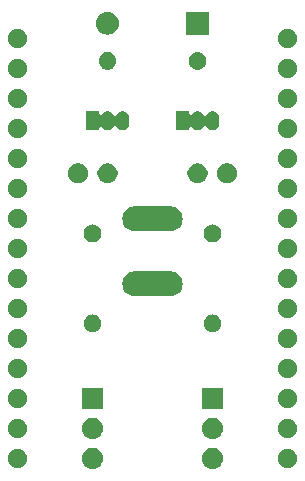
<source format=gbr>
G04 #@! TF.GenerationSoftware,KiCad,Pcbnew,(5.0.1)-4*
G04 #@! TF.CreationDate,2018-12-08T00:24:21+01:00*
G04 #@! TF.ProjectId,Motion Detector,4D6F74696F6E204465746563746F722E,rev?*
G04 #@! TF.SameCoordinates,Original*
G04 #@! TF.FileFunction,Soldermask,Bot*
G04 #@! TF.FilePolarity,Negative*
%FSLAX46Y46*%
G04 Gerber Fmt 4.6, Leading zero omitted, Abs format (unit mm)*
G04 Created by KiCad (PCBNEW (5.0.1)-4) date 08-Dec-18 12:24:21 AM*
%MOMM*%
%LPD*%
G01*
G04 APERTURE LIST*
%ADD10C,0.100000*%
G04 APERTURE END LIST*
D10*
G36*
X153780443Y-112135519D02*
X153846627Y-112142037D01*
X153959853Y-112176384D01*
X154016467Y-112193557D01*
X154118774Y-112248242D01*
X154172991Y-112277222D01*
X154208729Y-112306552D01*
X154310186Y-112389814D01*
X154393448Y-112491271D01*
X154422778Y-112527009D01*
X154422779Y-112527011D01*
X154506443Y-112683533D01*
X154506443Y-112683534D01*
X154557963Y-112853373D01*
X154575359Y-113030000D01*
X154557963Y-113206627D01*
X154523616Y-113319853D01*
X154506443Y-113376467D01*
X154432348Y-113515087D01*
X154422778Y-113532991D01*
X154393448Y-113568729D01*
X154310186Y-113670186D01*
X154212358Y-113750470D01*
X154172991Y-113782778D01*
X154172989Y-113782779D01*
X154016467Y-113866443D01*
X153959853Y-113883616D01*
X153846627Y-113917963D01*
X153780443Y-113924481D01*
X153714260Y-113931000D01*
X153625740Y-113931000D01*
X153559557Y-113924481D01*
X153493373Y-113917963D01*
X153380147Y-113883616D01*
X153323533Y-113866443D01*
X153167011Y-113782779D01*
X153167009Y-113782778D01*
X153127642Y-113750470D01*
X153029814Y-113670186D01*
X152946552Y-113568729D01*
X152917222Y-113532991D01*
X152907652Y-113515087D01*
X152833557Y-113376467D01*
X152816384Y-113319853D01*
X152782037Y-113206627D01*
X152764641Y-113030000D01*
X152782037Y-112853373D01*
X152833557Y-112683534D01*
X152833557Y-112683533D01*
X152917221Y-112527011D01*
X152917222Y-112527009D01*
X152946552Y-112491271D01*
X153029814Y-112389814D01*
X153131271Y-112306552D01*
X153167009Y-112277222D01*
X153221226Y-112248242D01*
X153323533Y-112193557D01*
X153380147Y-112176384D01*
X153493373Y-112142037D01*
X153559557Y-112135519D01*
X153625740Y-112129000D01*
X153714260Y-112129000D01*
X153780443Y-112135519D01*
X153780443Y-112135519D01*
G37*
G36*
X143620443Y-112135519D02*
X143686627Y-112142037D01*
X143799853Y-112176384D01*
X143856467Y-112193557D01*
X143958774Y-112248242D01*
X144012991Y-112277222D01*
X144048729Y-112306552D01*
X144150186Y-112389814D01*
X144233448Y-112491271D01*
X144262778Y-112527009D01*
X144262779Y-112527011D01*
X144346443Y-112683533D01*
X144346443Y-112683534D01*
X144397963Y-112853373D01*
X144415359Y-113030000D01*
X144397963Y-113206627D01*
X144363616Y-113319853D01*
X144346443Y-113376467D01*
X144272348Y-113515087D01*
X144262778Y-113532991D01*
X144233448Y-113568729D01*
X144150186Y-113670186D01*
X144052358Y-113750470D01*
X144012991Y-113782778D01*
X144012989Y-113782779D01*
X143856467Y-113866443D01*
X143799853Y-113883616D01*
X143686627Y-113917963D01*
X143620443Y-113924481D01*
X143554260Y-113931000D01*
X143465740Y-113931000D01*
X143399557Y-113924481D01*
X143333373Y-113917963D01*
X143220147Y-113883616D01*
X143163533Y-113866443D01*
X143007011Y-113782779D01*
X143007009Y-113782778D01*
X142967642Y-113750470D01*
X142869814Y-113670186D01*
X142786552Y-113568729D01*
X142757222Y-113532991D01*
X142747652Y-113515087D01*
X142673557Y-113376467D01*
X142656384Y-113319853D01*
X142622037Y-113206627D01*
X142604641Y-113030000D01*
X142622037Y-112853373D01*
X142673557Y-112683534D01*
X142673557Y-112683533D01*
X142757221Y-112527011D01*
X142757222Y-112527009D01*
X142786552Y-112491271D01*
X142869814Y-112389814D01*
X142971271Y-112306552D01*
X143007009Y-112277222D01*
X143061226Y-112248242D01*
X143163533Y-112193557D01*
X143220147Y-112176384D01*
X143333373Y-112142037D01*
X143399557Y-112135519D01*
X143465740Y-112129000D01*
X143554260Y-112129000D01*
X143620443Y-112135519D01*
X143620443Y-112135519D01*
G37*
G36*
X137397142Y-112248242D02*
X137545102Y-112309530D01*
X137612130Y-112354317D01*
X137678257Y-112398501D01*
X137791499Y-112511743D01*
X137835683Y-112577870D01*
X137880470Y-112644898D01*
X137941758Y-112792858D01*
X137973000Y-112949925D01*
X137973000Y-113110075D01*
X137941758Y-113267142D01*
X137896474Y-113376466D01*
X137880471Y-113415100D01*
X137791499Y-113548257D01*
X137678257Y-113661499D01*
X137612130Y-113705683D01*
X137545102Y-113750470D01*
X137397142Y-113811758D01*
X137240075Y-113843000D01*
X137079925Y-113843000D01*
X136922858Y-113811758D01*
X136774898Y-113750470D01*
X136707870Y-113705683D01*
X136641743Y-113661499D01*
X136528501Y-113548257D01*
X136439529Y-113415100D01*
X136423526Y-113376466D01*
X136378242Y-113267142D01*
X136347000Y-113110075D01*
X136347000Y-112949925D01*
X136378242Y-112792858D01*
X136439530Y-112644898D01*
X136484317Y-112577870D01*
X136528501Y-112511743D01*
X136641743Y-112398501D01*
X136707870Y-112354317D01*
X136774898Y-112309530D01*
X136922858Y-112248242D01*
X137079925Y-112217000D01*
X137240075Y-112217000D01*
X137397142Y-112248242D01*
X137397142Y-112248242D01*
G37*
G36*
X160257142Y-112248242D02*
X160405102Y-112309530D01*
X160472130Y-112354317D01*
X160538257Y-112398501D01*
X160651499Y-112511743D01*
X160695683Y-112577870D01*
X160740470Y-112644898D01*
X160801758Y-112792858D01*
X160833000Y-112949925D01*
X160833000Y-113110075D01*
X160801758Y-113267142D01*
X160756474Y-113376466D01*
X160740471Y-113415100D01*
X160651499Y-113548257D01*
X160538257Y-113661499D01*
X160472130Y-113705683D01*
X160405102Y-113750470D01*
X160257142Y-113811758D01*
X160100075Y-113843000D01*
X159939925Y-113843000D01*
X159782858Y-113811758D01*
X159634898Y-113750470D01*
X159567870Y-113705683D01*
X159501743Y-113661499D01*
X159388501Y-113548257D01*
X159299529Y-113415100D01*
X159283526Y-113376466D01*
X159238242Y-113267142D01*
X159207000Y-113110075D01*
X159207000Y-112949925D01*
X159238242Y-112792858D01*
X159299530Y-112644898D01*
X159344317Y-112577870D01*
X159388501Y-112511743D01*
X159501743Y-112398501D01*
X159567870Y-112354317D01*
X159634898Y-112309530D01*
X159782858Y-112248242D01*
X159939925Y-112217000D01*
X160100075Y-112217000D01*
X160257142Y-112248242D01*
X160257142Y-112248242D01*
G37*
G36*
X153780442Y-109595518D02*
X153846627Y-109602037D01*
X153959853Y-109636384D01*
X154016467Y-109653557D01*
X154118774Y-109708242D01*
X154172991Y-109737222D01*
X154208729Y-109766552D01*
X154310186Y-109849814D01*
X154393448Y-109951271D01*
X154422778Y-109987009D01*
X154422779Y-109987011D01*
X154506443Y-110143533D01*
X154506443Y-110143534D01*
X154557963Y-110313373D01*
X154575359Y-110490000D01*
X154557963Y-110666627D01*
X154523616Y-110779853D01*
X154506443Y-110836467D01*
X154432348Y-110975087D01*
X154422778Y-110992991D01*
X154393448Y-111028729D01*
X154310186Y-111130186D01*
X154212358Y-111210470D01*
X154172991Y-111242778D01*
X154172989Y-111242779D01*
X154016467Y-111326443D01*
X153959853Y-111343616D01*
X153846627Y-111377963D01*
X153780443Y-111384481D01*
X153714260Y-111391000D01*
X153625740Y-111391000D01*
X153559557Y-111384481D01*
X153493373Y-111377963D01*
X153380147Y-111343616D01*
X153323533Y-111326443D01*
X153167011Y-111242779D01*
X153167009Y-111242778D01*
X153127642Y-111210470D01*
X153029814Y-111130186D01*
X152946552Y-111028729D01*
X152917222Y-110992991D01*
X152907652Y-110975087D01*
X152833557Y-110836467D01*
X152816384Y-110779853D01*
X152782037Y-110666627D01*
X152764641Y-110490000D01*
X152782037Y-110313373D01*
X152833557Y-110143534D01*
X152833557Y-110143533D01*
X152917221Y-109987011D01*
X152917222Y-109987009D01*
X152946552Y-109951271D01*
X153029814Y-109849814D01*
X153131271Y-109766552D01*
X153167009Y-109737222D01*
X153221226Y-109708242D01*
X153323533Y-109653557D01*
X153380147Y-109636384D01*
X153493373Y-109602037D01*
X153559558Y-109595518D01*
X153625740Y-109589000D01*
X153714260Y-109589000D01*
X153780442Y-109595518D01*
X153780442Y-109595518D01*
G37*
G36*
X143620442Y-109595518D02*
X143686627Y-109602037D01*
X143799853Y-109636384D01*
X143856467Y-109653557D01*
X143958774Y-109708242D01*
X144012991Y-109737222D01*
X144048729Y-109766552D01*
X144150186Y-109849814D01*
X144233448Y-109951271D01*
X144262778Y-109987009D01*
X144262779Y-109987011D01*
X144346443Y-110143533D01*
X144346443Y-110143534D01*
X144397963Y-110313373D01*
X144415359Y-110490000D01*
X144397963Y-110666627D01*
X144363616Y-110779853D01*
X144346443Y-110836467D01*
X144272348Y-110975087D01*
X144262778Y-110992991D01*
X144233448Y-111028729D01*
X144150186Y-111130186D01*
X144052358Y-111210470D01*
X144012991Y-111242778D01*
X144012989Y-111242779D01*
X143856467Y-111326443D01*
X143799853Y-111343616D01*
X143686627Y-111377963D01*
X143620443Y-111384481D01*
X143554260Y-111391000D01*
X143465740Y-111391000D01*
X143399557Y-111384481D01*
X143333373Y-111377963D01*
X143220147Y-111343616D01*
X143163533Y-111326443D01*
X143007011Y-111242779D01*
X143007009Y-111242778D01*
X142967642Y-111210470D01*
X142869814Y-111130186D01*
X142786552Y-111028729D01*
X142757222Y-110992991D01*
X142747652Y-110975087D01*
X142673557Y-110836467D01*
X142656384Y-110779853D01*
X142622037Y-110666627D01*
X142604641Y-110490000D01*
X142622037Y-110313373D01*
X142673557Y-110143534D01*
X142673557Y-110143533D01*
X142757221Y-109987011D01*
X142757222Y-109987009D01*
X142786552Y-109951271D01*
X142869814Y-109849814D01*
X142971271Y-109766552D01*
X143007009Y-109737222D01*
X143061226Y-109708242D01*
X143163533Y-109653557D01*
X143220147Y-109636384D01*
X143333373Y-109602037D01*
X143399558Y-109595518D01*
X143465740Y-109589000D01*
X143554260Y-109589000D01*
X143620442Y-109595518D01*
X143620442Y-109595518D01*
G37*
G36*
X137397142Y-109708242D02*
X137545102Y-109769530D01*
X137612130Y-109814317D01*
X137678257Y-109858501D01*
X137791499Y-109971743D01*
X137835683Y-110037870D01*
X137880470Y-110104898D01*
X137941758Y-110252858D01*
X137973000Y-110409925D01*
X137973000Y-110570075D01*
X137941758Y-110727142D01*
X137896474Y-110836466D01*
X137880471Y-110875100D01*
X137791499Y-111008257D01*
X137678257Y-111121499D01*
X137612130Y-111165683D01*
X137545102Y-111210470D01*
X137397142Y-111271758D01*
X137240075Y-111303000D01*
X137079925Y-111303000D01*
X136922858Y-111271758D01*
X136774898Y-111210470D01*
X136707870Y-111165683D01*
X136641743Y-111121499D01*
X136528501Y-111008257D01*
X136439529Y-110875100D01*
X136423526Y-110836466D01*
X136378242Y-110727142D01*
X136347000Y-110570075D01*
X136347000Y-110409925D01*
X136378242Y-110252858D01*
X136439530Y-110104898D01*
X136484317Y-110037870D01*
X136528501Y-109971743D01*
X136641743Y-109858501D01*
X136707870Y-109814317D01*
X136774898Y-109769530D01*
X136922858Y-109708242D01*
X137079925Y-109677000D01*
X137240075Y-109677000D01*
X137397142Y-109708242D01*
X137397142Y-109708242D01*
G37*
G36*
X160257142Y-109708242D02*
X160405102Y-109769530D01*
X160472130Y-109814317D01*
X160538257Y-109858501D01*
X160651499Y-109971743D01*
X160695683Y-110037870D01*
X160740470Y-110104898D01*
X160801758Y-110252858D01*
X160833000Y-110409925D01*
X160833000Y-110570075D01*
X160801758Y-110727142D01*
X160756474Y-110836466D01*
X160740471Y-110875100D01*
X160651499Y-111008257D01*
X160538257Y-111121499D01*
X160472130Y-111165683D01*
X160405102Y-111210470D01*
X160257142Y-111271758D01*
X160100075Y-111303000D01*
X159939925Y-111303000D01*
X159782858Y-111271758D01*
X159634898Y-111210470D01*
X159567870Y-111165683D01*
X159501743Y-111121499D01*
X159388501Y-111008257D01*
X159299529Y-110875100D01*
X159283526Y-110836466D01*
X159238242Y-110727142D01*
X159207000Y-110570075D01*
X159207000Y-110409925D01*
X159238242Y-110252858D01*
X159299530Y-110104898D01*
X159344317Y-110037870D01*
X159388501Y-109971743D01*
X159501743Y-109858501D01*
X159567870Y-109814317D01*
X159634898Y-109769530D01*
X159782858Y-109708242D01*
X159939925Y-109677000D01*
X160100075Y-109677000D01*
X160257142Y-109708242D01*
X160257142Y-109708242D01*
G37*
G36*
X154571000Y-108851000D02*
X152769000Y-108851000D01*
X152769000Y-107049000D01*
X154571000Y-107049000D01*
X154571000Y-108851000D01*
X154571000Y-108851000D01*
G37*
G36*
X144411000Y-108851000D02*
X142609000Y-108851000D01*
X142609000Y-107049000D01*
X144411000Y-107049000D01*
X144411000Y-108851000D01*
X144411000Y-108851000D01*
G37*
G36*
X137397142Y-107168242D02*
X137545102Y-107229530D01*
X137678258Y-107318502D01*
X137791498Y-107431742D01*
X137880470Y-107564898D01*
X137941758Y-107712858D01*
X137973000Y-107869925D01*
X137973000Y-108030075D01*
X137941758Y-108187142D01*
X137880470Y-108335102D01*
X137791498Y-108468258D01*
X137678258Y-108581498D01*
X137545102Y-108670470D01*
X137397142Y-108731758D01*
X137240075Y-108763000D01*
X137079925Y-108763000D01*
X136922858Y-108731758D01*
X136774898Y-108670470D01*
X136641742Y-108581498D01*
X136528502Y-108468258D01*
X136439530Y-108335102D01*
X136378242Y-108187142D01*
X136347000Y-108030075D01*
X136347000Y-107869925D01*
X136378242Y-107712858D01*
X136439530Y-107564898D01*
X136528502Y-107431742D01*
X136641742Y-107318502D01*
X136774898Y-107229530D01*
X136922858Y-107168242D01*
X137079925Y-107137000D01*
X137240075Y-107137000D01*
X137397142Y-107168242D01*
X137397142Y-107168242D01*
G37*
G36*
X160257142Y-107168242D02*
X160405102Y-107229530D01*
X160538258Y-107318502D01*
X160651498Y-107431742D01*
X160740470Y-107564898D01*
X160801758Y-107712858D01*
X160833000Y-107869925D01*
X160833000Y-108030075D01*
X160801758Y-108187142D01*
X160740470Y-108335102D01*
X160651498Y-108468258D01*
X160538258Y-108581498D01*
X160405102Y-108670470D01*
X160257142Y-108731758D01*
X160100075Y-108763000D01*
X159939925Y-108763000D01*
X159782858Y-108731758D01*
X159634898Y-108670470D01*
X159501742Y-108581498D01*
X159388502Y-108468258D01*
X159299530Y-108335102D01*
X159238242Y-108187142D01*
X159207000Y-108030075D01*
X159207000Y-107869925D01*
X159238242Y-107712858D01*
X159299530Y-107564898D01*
X159388502Y-107431742D01*
X159501742Y-107318502D01*
X159634898Y-107229530D01*
X159782858Y-107168242D01*
X159939925Y-107137000D01*
X160100075Y-107137000D01*
X160257142Y-107168242D01*
X160257142Y-107168242D01*
G37*
G36*
X137397142Y-104628242D02*
X137545102Y-104689530D01*
X137678258Y-104778502D01*
X137791498Y-104891742D01*
X137880470Y-105024898D01*
X137941758Y-105172858D01*
X137973000Y-105329925D01*
X137973000Y-105490075D01*
X137941758Y-105647142D01*
X137880470Y-105795102D01*
X137791498Y-105928258D01*
X137678258Y-106041498D01*
X137545102Y-106130470D01*
X137397142Y-106191758D01*
X137240075Y-106223000D01*
X137079925Y-106223000D01*
X136922858Y-106191758D01*
X136774898Y-106130470D01*
X136641742Y-106041498D01*
X136528502Y-105928258D01*
X136439530Y-105795102D01*
X136378242Y-105647142D01*
X136347000Y-105490075D01*
X136347000Y-105329925D01*
X136378242Y-105172858D01*
X136439530Y-105024898D01*
X136528502Y-104891742D01*
X136641742Y-104778502D01*
X136774898Y-104689530D01*
X136922858Y-104628242D01*
X137079925Y-104597000D01*
X137240075Y-104597000D01*
X137397142Y-104628242D01*
X137397142Y-104628242D01*
G37*
G36*
X160257142Y-104628242D02*
X160405102Y-104689530D01*
X160538258Y-104778502D01*
X160651498Y-104891742D01*
X160740470Y-105024898D01*
X160801758Y-105172858D01*
X160833000Y-105329925D01*
X160833000Y-105490075D01*
X160801758Y-105647142D01*
X160740470Y-105795102D01*
X160651498Y-105928258D01*
X160538258Y-106041498D01*
X160405102Y-106130470D01*
X160257142Y-106191758D01*
X160100075Y-106223000D01*
X159939925Y-106223000D01*
X159782858Y-106191758D01*
X159634898Y-106130470D01*
X159501742Y-106041498D01*
X159388502Y-105928258D01*
X159299530Y-105795102D01*
X159238242Y-105647142D01*
X159207000Y-105490075D01*
X159207000Y-105329925D01*
X159238242Y-105172858D01*
X159299530Y-105024898D01*
X159388502Y-104891742D01*
X159501742Y-104778502D01*
X159634898Y-104689530D01*
X159782858Y-104628242D01*
X159939925Y-104597000D01*
X160100075Y-104597000D01*
X160257142Y-104628242D01*
X160257142Y-104628242D01*
G37*
G36*
X160257142Y-102088242D02*
X160405102Y-102149530D01*
X160538258Y-102238502D01*
X160651498Y-102351742D01*
X160740470Y-102484898D01*
X160801758Y-102632858D01*
X160833000Y-102789925D01*
X160833000Y-102950075D01*
X160801758Y-103107142D01*
X160740470Y-103255102D01*
X160651498Y-103388258D01*
X160538258Y-103501498D01*
X160405102Y-103590470D01*
X160257142Y-103651758D01*
X160100075Y-103683000D01*
X159939925Y-103683000D01*
X159782858Y-103651758D01*
X159634898Y-103590470D01*
X159501742Y-103501498D01*
X159388502Y-103388258D01*
X159299530Y-103255102D01*
X159238242Y-103107142D01*
X159207000Y-102950075D01*
X159207000Y-102789925D01*
X159238242Y-102632858D01*
X159299530Y-102484898D01*
X159388502Y-102351742D01*
X159501742Y-102238502D01*
X159634898Y-102149530D01*
X159782858Y-102088242D01*
X159939925Y-102057000D01*
X160100075Y-102057000D01*
X160257142Y-102088242D01*
X160257142Y-102088242D01*
G37*
G36*
X137397142Y-102088242D02*
X137545102Y-102149530D01*
X137678258Y-102238502D01*
X137791498Y-102351742D01*
X137880470Y-102484898D01*
X137941758Y-102632858D01*
X137973000Y-102789925D01*
X137973000Y-102950075D01*
X137941758Y-103107142D01*
X137880470Y-103255102D01*
X137791498Y-103388258D01*
X137678258Y-103501498D01*
X137545102Y-103590470D01*
X137397142Y-103651758D01*
X137240075Y-103683000D01*
X137079925Y-103683000D01*
X136922858Y-103651758D01*
X136774898Y-103590470D01*
X136641742Y-103501498D01*
X136528502Y-103388258D01*
X136439530Y-103255102D01*
X136378242Y-103107142D01*
X136347000Y-102950075D01*
X136347000Y-102789925D01*
X136378242Y-102632858D01*
X136439530Y-102484898D01*
X136528502Y-102351742D01*
X136641742Y-102238502D01*
X136774898Y-102149530D01*
X136922858Y-102088242D01*
X137079925Y-102057000D01*
X137240075Y-102057000D01*
X137397142Y-102088242D01*
X137397142Y-102088242D01*
G37*
G36*
X153802004Y-100860544D02*
X153889059Y-100877860D01*
X154025732Y-100934472D01*
X154147079Y-101015554D01*
X154148738Y-101016662D01*
X154253338Y-101121262D01*
X154253340Y-101121265D01*
X154335528Y-101244268D01*
X154392140Y-101380941D01*
X154421000Y-101526033D01*
X154421000Y-101673967D01*
X154392140Y-101819059D01*
X154335528Y-101955732D01*
X154335527Y-101955733D01*
X154253338Y-102078738D01*
X154148738Y-102183338D01*
X154148735Y-102183340D01*
X154025732Y-102265528D01*
X153889059Y-102322140D01*
X153802004Y-102339456D01*
X153743969Y-102351000D01*
X153596031Y-102351000D01*
X153537996Y-102339456D01*
X153450941Y-102322140D01*
X153314268Y-102265528D01*
X153191265Y-102183340D01*
X153191262Y-102183338D01*
X153086662Y-102078738D01*
X153004473Y-101955733D01*
X153004472Y-101955732D01*
X152947860Y-101819059D01*
X152919000Y-101673967D01*
X152919000Y-101526033D01*
X152947860Y-101380941D01*
X153004472Y-101244268D01*
X153086660Y-101121265D01*
X153086662Y-101121262D01*
X153191262Y-101016662D01*
X153192921Y-101015554D01*
X153314268Y-100934472D01*
X153450941Y-100877860D01*
X153537996Y-100860544D01*
X153596031Y-100849000D01*
X153743969Y-100849000D01*
X153802004Y-100860544D01*
X153802004Y-100860544D01*
G37*
G36*
X143642004Y-100860544D02*
X143729059Y-100877860D01*
X143865732Y-100934472D01*
X143987079Y-101015554D01*
X143988738Y-101016662D01*
X144093338Y-101121262D01*
X144093340Y-101121265D01*
X144175528Y-101244268D01*
X144232140Y-101380941D01*
X144261000Y-101526033D01*
X144261000Y-101673967D01*
X144232140Y-101819059D01*
X144175528Y-101955732D01*
X144175527Y-101955733D01*
X144093338Y-102078738D01*
X143988738Y-102183338D01*
X143988735Y-102183340D01*
X143865732Y-102265528D01*
X143729059Y-102322140D01*
X143642004Y-102339456D01*
X143583969Y-102351000D01*
X143436031Y-102351000D01*
X143377996Y-102339456D01*
X143290941Y-102322140D01*
X143154268Y-102265528D01*
X143031265Y-102183340D01*
X143031262Y-102183338D01*
X142926662Y-102078738D01*
X142844473Y-101955733D01*
X142844472Y-101955732D01*
X142787860Y-101819059D01*
X142759000Y-101673967D01*
X142759000Y-101526033D01*
X142787860Y-101380941D01*
X142844472Y-101244268D01*
X142926660Y-101121265D01*
X142926662Y-101121262D01*
X143031262Y-101016662D01*
X143032921Y-101015554D01*
X143154268Y-100934472D01*
X143290941Y-100877860D01*
X143377996Y-100860544D01*
X143436031Y-100849000D01*
X143583969Y-100849000D01*
X143642004Y-100860544D01*
X143642004Y-100860544D01*
G37*
G36*
X160257142Y-99548242D02*
X160405102Y-99609530D01*
X160538258Y-99698502D01*
X160651498Y-99811742D01*
X160740470Y-99944898D01*
X160801758Y-100092858D01*
X160833000Y-100249925D01*
X160833000Y-100410075D01*
X160801758Y-100567142D01*
X160740470Y-100715102D01*
X160651498Y-100848258D01*
X160538258Y-100961498D01*
X160405102Y-101050470D01*
X160257142Y-101111758D01*
X160100075Y-101143000D01*
X159939925Y-101143000D01*
X159782858Y-101111758D01*
X159634898Y-101050470D01*
X159501742Y-100961498D01*
X159388502Y-100848258D01*
X159299530Y-100715102D01*
X159238242Y-100567142D01*
X159207000Y-100410075D01*
X159207000Y-100249925D01*
X159238242Y-100092858D01*
X159299530Y-99944898D01*
X159388502Y-99811742D01*
X159501742Y-99698502D01*
X159634898Y-99609530D01*
X159782858Y-99548242D01*
X159939925Y-99517000D01*
X160100075Y-99517000D01*
X160257142Y-99548242D01*
X160257142Y-99548242D01*
G37*
G36*
X137397142Y-99548242D02*
X137545102Y-99609530D01*
X137678258Y-99698502D01*
X137791498Y-99811742D01*
X137880470Y-99944898D01*
X137941758Y-100092858D01*
X137973000Y-100249925D01*
X137973000Y-100410075D01*
X137941758Y-100567142D01*
X137880470Y-100715102D01*
X137791498Y-100848258D01*
X137678258Y-100961498D01*
X137545102Y-101050470D01*
X137397142Y-101111758D01*
X137240075Y-101143000D01*
X137079925Y-101143000D01*
X136922858Y-101111758D01*
X136774898Y-101050470D01*
X136641742Y-100961498D01*
X136528502Y-100848258D01*
X136439530Y-100715102D01*
X136378242Y-100567142D01*
X136347000Y-100410075D01*
X136347000Y-100249925D01*
X136378242Y-100092858D01*
X136439530Y-99944898D01*
X136528502Y-99811742D01*
X136641742Y-99698502D01*
X136774898Y-99609530D01*
X136922858Y-99548242D01*
X137079925Y-99517000D01*
X137240075Y-99517000D01*
X137397142Y-99548242D01*
X137397142Y-99548242D01*
G37*
G36*
X150172510Y-97202041D02*
X150296032Y-97214207D01*
X150494146Y-97274305D01*
X150676729Y-97371897D01*
X150836765Y-97503235D01*
X150968103Y-97663271D01*
X151065695Y-97845854D01*
X151125793Y-98043968D01*
X151146085Y-98250000D01*
X151125793Y-98456032D01*
X151065695Y-98654146D01*
X150968103Y-98836729D01*
X150836765Y-98996765D01*
X150676729Y-99128103D01*
X150494146Y-99225695D01*
X150296032Y-99285793D01*
X150172510Y-99297959D01*
X150141631Y-99301000D01*
X147038369Y-99301000D01*
X147007490Y-99297959D01*
X146883968Y-99285793D01*
X146685854Y-99225695D01*
X146503271Y-99128103D01*
X146343235Y-98996765D01*
X146211897Y-98836729D01*
X146114305Y-98654146D01*
X146054207Y-98456032D01*
X146033915Y-98250000D01*
X146054207Y-98043968D01*
X146114305Y-97845854D01*
X146211897Y-97663271D01*
X146343235Y-97503235D01*
X146503271Y-97371897D01*
X146685854Y-97274305D01*
X146883968Y-97214207D01*
X147007490Y-97202041D01*
X147038369Y-97199000D01*
X150141631Y-97199000D01*
X150172510Y-97202041D01*
X150172510Y-97202041D01*
G37*
G36*
X137397142Y-97008242D02*
X137545102Y-97069530D01*
X137612130Y-97114317D01*
X137678257Y-97158501D01*
X137791499Y-97271743D01*
X137835683Y-97337870D01*
X137880470Y-97404898D01*
X137941758Y-97552858D01*
X137973000Y-97709925D01*
X137973000Y-97870075D01*
X137941758Y-98027142D01*
X137880470Y-98175102D01*
X137791498Y-98308258D01*
X137678258Y-98421498D01*
X137545102Y-98510470D01*
X137397142Y-98571758D01*
X137240075Y-98603000D01*
X137079925Y-98603000D01*
X136922858Y-98571758D01*
X136774898Y-98510470D01*
X136641742Y-98421498D01*
X136528502Y-98308258D01*
X136439530Y-98175102D01*
X136378242Y-98027142D01*
X136347000Y-97870075D01*
X136347000Y-97709925D01*
X136378242Y-97552858D01*
X136439530Y-97404898D01*
X136484317Y-97337870D01*
X136528501Y-97271743D01*
X136641743Y-97158501D01*
X136707870Y-97114317D01*
X136774898Y-97069530D01*
X136922858Y-97008242D01*
X137079925Y-96977000D01*
X137240075Y-96977000D01*
X137397142Y-97008242D01*
X137397142Y-97008242D01*
G37*
G36*
X160257142Y-97008242D02*
X160405102Y-97069530D01*
X160472130Y-97114317D01*
X160538257Y-97158501D01*
X160651499Y-97271743D01*
X160695683Y-97337870D01*
X160740470Y-97404898D01*
X160801758Y-97552858D01*
X160833000Y-97709925D01*
X160833000Y-97870075D01*
X160801758Y-98027142D01*
X160740470Y-98175102D01*
X160651498Y-98308258D01*
X160538258Y-98421498D01*
X160405102Y-98510470D01*
X160257142Y-98571758D01*
X160100075Y-98603000D01*
X159939925Y-98603000D01*
X159782858Y-98571758D01*
X159634898Y-98510470D01*
X159501742Y-98421498D01*
X159388502Y-98308258D01*
X159299530Y-98175102D01*
X159238242Y-98027142D01*
X159207000Y-97870075D01*
X159207000Y-97709925D01*
X159238242Y-97552858D01*
X159299530Y-97404898D01*
X159344317Y-97337870D01*
X159388501Y-97271743D01*
X159501743Y-97158501D01*
X159567870Y-97114317D01*
X159634898Y-97069530D01*
X159782858Y-97008242D01*
X159939925Y-96977000D01*
X160100075Y-96977000D01*
X160257142Y-97008242D01*
X160257142Y-97008242D01*
G37*
G36*
X160257142Y-94468242D02*
X160405102Y-94529530D01*
X160538258Y-94618502D01*
X160651498Y-94731742D01*
X160740470Y-94864898D01*
X160801758Y-95012858D01*
X160833000Y-95169925D01*
X160833000Y-95330075D01*
X160801758Y-95487142D01*
X160740470Y-95635102D01*
X160651498Y-95768258D01*
X160538258Y-95881498D01*
X160405102Y-95970470D01*
X160257142Y-96031758D01*
X160100075Y-96063000D01*
X159939925Y-96063000D01*
X159782858Y-96031758D01*
X159634898Y-95970470D01*
X159501742Y-95881498D01*
X159388502Y-95768258D01*
X159299530Y-95635102D01*
X159238242Y-95487142D01*
X159207000Y-95330075D01*
X159207000Y-95169925D01*
X159238242Y-95012858D01*
X159299530Y-94864898D01*
X159388502Y-94731742D01*
X159501742Y-94618502D01*
X159634898Y-94529530D01*
X159782858Y-94468242D01*
X159939925Y-94437000D01*
X160100075Y-94437000D01*
X160257142Y-94468242D01*
X160257142Y-94468242D01*
G37*
G36*
X137397142Y-94468242D02*
X137545102Y-94529530D01*
X137678258Y-94618502D01*
X137791498Y-94731742D01*
X137880470Y-94864898D01*
X137941758Y-95012858D01*
X137973000Y-95169925D01*
X137973000Y-95330075D01*
X137941758Y-95487142D01*
X137880470Y-95635102D01*
X137791498Y-95768258D01*
X137678258Y-95881498D01*
X137545102Y-95970470D01*
X137397142Y-96031758D01*
X137240075Y-96063000D01*
X137079925Y-96063000D01*
X136922858Y-96031758D01*
X136774898Y-95970470D01*
X136641742Y-95881498D01*
X136528502Y-95768258D01*
X136439530Y-95635102D01*
X136378242Y-95487142D01*
X136347000Y-95330075D01*
X136347000Y-95169925D01*
X136378242Y-95012858D01*
X136439530Y-94864898D01*
X136528502Y-94731742D01*
X136641742Y-94618502D01*
X136774898Y-94529530D01*
X136922858Y-94468242D01*
X137079925Y-94437000D01*
X137240075Y-94437000D01*
X137397142Y-94468242D01*
X137397142Y-94468242D01*
G37*
G36*
X153743665Y-93232622D02*
X153817222Y-93239867D01*
X153958786Y-93282810D01*
X154089252Y-93352546D01*
X154203606Y-93446394D01*
X154297454Y-93560748D01*
X154367190Y-93691214D01*
X154410133Y-93832778D01*
X154424633Y-93980000D01*
X154410133Y-94127222D01*
X154367190Y-94268786D01*
X154297454Y-94399252D01*
X154203606Y-94513606D01*
X154089252Y-94607454D01*
X153958786Y-94677190D01*
X153817222Y-94720133D01*
X153743665Y-94727378D01*
X153706888Y-94731000D01*
X153633112Y-94731000D01*
X153596335Y-94727378D01*
X153522778Y-94720133D01*
X153381214Y-94677190D01*
X153250748Y-94607454D01*
X153136394Y-94513606D01*
X153042546Y-94399252D01*
X152972810Y-94268786D01*
X152929867Y-94127222D01*
X152915367Y-93980000D01*
X152929867Y-93832778D01*
X152972810Y-93691214D01*
X153042546Y-93560748D01*
X153136394Y-93446394D01*
X153250748Y-93352546D01*
X153381214Y-93282810D01*
X153522778Y-93239867D01*
X153596335Y-93232622D01*
X153633112Y-93229000D01*
X153706888Y-93229000D01*
X153743665Y-93232622D01*
X153743665Y-93232622D01*
G37*
G36*
X143583665Y-93232622D02*
X143657222Y-93239867D01*
X143798786Y-93282810D01*
X143929252Y-93352546D01*
X144043606Y-93446394D01*
X144137454Y-93560748D01*
X144207190Y-93691214D01*
X144250133Y-93832778D01*
X144264633Y-93980000D01*
X144250133Y-94127222D01*
X144207190Y-94268786D01*
X144137454Y-94399252D01*
X144043606Y-94513606D01*
X143929252Y-94607454D01*
X143798786Y-94677190D01*
X143657222Y-94720133D01*
X143583665Y-94727378D01*
X143546888Y-94731000D01*
X143473112Y-94731000D01*
X143436335Y-94727378D01*
X143362778Y-94720133D01*
X143221214Y-94677190D01*
X143090748Y-94607454D01*
X142976394Y-94513606D01*
X142882546Y-94399252D01*
X142812810Y-94268786D01*
X142769867Y-94127222D01*
X142755367Y-93980000D01*
X142769867Y-93832778D01*
X142812810Y-93691214D01*
X142882546Y-93560748D01*
X142976394Y-93446394D01*
X143090748Y-93352546D01*
X143221214Y-93282810D01*
X143362778Y-93239867D01*
X143436335Y-93232622D01*
X143473112Y-93229000D01*
X143546888Y-93229000D01*
X143583665Y-93232622D01*
X143583665Y-93232622D01*
G37*
G36*
X150172510Y-91702041D02*
X150296032Y-91714207D01*
X150494146Y-91774305D01*
X150676729Y-91871897D01*
X150836765Y-92003235D01*
X150968103Y-92163271D01*
X151065695Y-92345854D01*
X151125793Y-92543968D01*
X151146085Y-92750000D01*
X151125793Y-92956032D01*
X151065695Y-93154146D01*
X150968103Y-93336729D01*
X150836765Y-93496765D01*
X150676729Y-93628103D01*
X150494146Y-93725695D01*
X150296032Y-93785793D01*
X150172510Y-93797959D01*
X150141631Y-93801000D01*
X147038369Y-93801000D01*
X147007490Y-93797959D01*
X146883968Y-93785793D01*
X146685854Y-93725695D01*
X146503271Y-93628103D01*
X146343235Y-93496765D01*
X146211897Y-93336729D01*
X146114305Y-93154146D01*
X146054207Y-92956032D01*
X146033915Y-92750000D01*
X146054207Y-92543968D01*
X146114305Y-92345854D01*
X146211897Y-92163271D01*
X146343235Y-92003235D01*
X146503271Y-91871897D01*
X146685854Y-91774305D01*
X146883968Y-91714207D01*
X147007490Y-91702041D01*
X147038369Y-91699000D01*
X150141631Y-91699000D01*
X150172510Y-91702041D01*
X150172510Y-91702041D01*
G37*
G36*
X137397142Y-91928242D02*
X137545102Y-91989530D01*
X137678258Y-92078502D01*
X137791498Y-92191742D01*
X137880470Y-92324898D01*
X137941758Y-92472858D01*
X137973000Y-92629925D01*
X137973000Y-92790075D01*
X137941758Y-92947142D01*
X137880470Y-93095102D01*
X137791498Y-93228258D01*
X137678258Y-93341498D01*
X137545102Y-93430470D01*
X137397142Y-93491758D01*
X137240075Y-93523000D01*
X137079925Y-93523000D01*
X136922858Y-93491758D01*
X136774898Y-93430470D01*
X136641742Y-93341498D01*
X136528502Y-93228258D01*
X136439530Y-93095102D01*
X136378242Y-92947142D01*
X136347000Y-92790075D01*
X136347000Y-92629925D01*
X136378242Y-92472858D01*
X136439530Y-92324898D01*
X136528502Y-92191742D01*
X136641742Y-92078502D01*
X136774898Y-91989530D01*
X136922858Y-91928242D01*
X137079925Y-91897000D01*
X137240075Y-91897000D01*
X137397142Y-91928242D01*
X137397142Y-91928242D01*
G37*
G36*
X160257142Y-91928242D02*
X160405102Y-91989530D01*
X160538258Y-92078502D01*
X160651498Y-92191742D01*
X160740470Y-92324898D01*
X160801758Y-92472858D01*
X160833000Y-92629925D01*
X160833000Y-92790075D01*
X160801758Y-92947142D01*
X160740470Y-93095102D01*
X160651498Y-93228258D01*
X160538258Y-93341498D01*
X160405102Y-93430470D01*
X160257142Y-93491758D01*
X160100075Y-93523000D01*
X159939925Y-93523000D01*
X159782858Y-93491758D01*
X159634898Y-93430470D01*
X159501742Y-93341498D01*
X159388502Y-93228258D01*
X159299530Y-93095102D01*
X159238242Y-92947142D01*
X159207000Y-92790075D01*
X159207000Y-92629925D01*
X159238242Y-92472858D01*
X159299530Y-92324898D01*
X159388502Y-92191742D01*
X159501742Y-92078502D01*
X159634898Y-91989530D01*
X159782858Y-91928242D01*
X159939925Y-91897000D01*
X160100075Y-91897000D01*
X160257142Y-91928242D01*
X160257142Y-91928242D01*
G37*
G36*
X160257142Y-89388242D02*
X160371583Y-89435646D01*
X160388085Y-89442481D01*
X160405102Y-89449530D01*
X160472130Y-89494317D01*
X160538257Y-89538501D01*
X160651499Y-89651743D01*
X160653105Y-89654147D01*
X160740470Y-89784898D01*
X160801758Y-89932858D01*
X160833000Y-90089925D01*
X160833000Y-90250075D01*
X160801758Y-90407142D01*
X160740470Y-90555102D01*
X160651498Y-90688258D01*
X160538258Y-90801498D01*
X160405102Y-90890470D01*
X160257142Y-90951758D01*
X160100075Y-90983000D01*
X159939925Y-90983000D01*
X159782858Y-90951758D01*
X159634898Y-90890470D01*
X159501742Y-90801498D01*
X159388502Y-90688258D01*
X159299530Y-90555102D01*
X159238242Y-90407142D01*
X159207000Y-90250075D01*
X159207000Y-90089925D01*
X159238242Y-89932858D01*
X159299530Y-89784898D01*
X159386895Y-89654147D01*
X159388501Y-89651743D01*
X159501743Y-89538501D01*
X159567870Y-89494317D01*
X159634898Y-89449530D01*
X159651916Y-89442481D01*
X159668417Y-89435646D01*
X159782858Y-89388242D01*
X159939925Y-89357000D01*
X160100075Y-89357000D01*
X160257142Y-89388242D01*
X160257142Y-89388242D01*
G37*
G36*
X137397142Y-89388242D02*
X137511583Y-89435646D01*
X137528085Y-89442481D01*
X137545102Y-89449530D01*
X137612130Y-89494317D01*
X137678257Y-89538501D01*
X137791499Y-89651743D01*
X137793105Y-89654147D01*
X137880470Y-89784898D01*
X137941758Y-89932858D01*
X137973000Y-90089925D01*
X137973000Y-90250075D01*
X137941758Y-90407142D01*
X137880470Y-90555102D01*
X137791498Y-90688258D01*
X137678258Y-90801498D01*
X137545102Y-90890470D01*
X137397142Y-90951758D01*
X137240075Y-90983000D01*
X137079925Y-90983000D01*
X136922858Y-90951758D01*
X136774898Y-90890470D01*
X136641742Y-90801498D01*
X136528502Y-90688258D01*
X136439530Y-90555102D01*
X136378242Y-90407142D01*
X136347000Y-90250075D01*
X136347000Y-90089925D01*
X136378242Y-89932858D01*
X136439530Y-89784898D01*
X136526895Y-89654147D01*
X136528501Y-89651743D01*
X136641743Y-89538501D01*
X136707870Y-89494317D01*
X136774898Y-89449530D01*
X136791916Y-89442481D01*
X136808417Y-89435646D01*
X136922858Y-89388242D01*
X137079925Y-89357000D01*
X137240075Y-89357000D01*
X137397142Y-89388242D01*
X137397142Y-89388242D01*
G37*
G36*
X145028228Y-88081703D02*
X145183100Y-88145853D01*
X145322481Y-88238985D01*
X145441015Y-88357519D01*
X145534147Y-88496900D01*
X145598297Y-88651772D01*
X145631000Y-88816184D01*
X145631000Y-88983816D01*
X145598297Y-89148228D01*
X145534147Y-89303100D01*
X145441015Y-89442481D01*
X145322481Y-89561015D01*
X145183100Y-89654147D01*
X145028228Y-89718297D01*
X144863816Y-89751000D01*
X144696184Y-89751000D01*
X144531772Y-89718297D01*
X144376900Y-89654147D01*
X144237519Y-89561015D01*
X144118985Y-89442481D01*
X144025853Y-89303100D01*
X143961703Y-89148228D01*
X143929000Y-88983816D01*
X143929000Y-88816184D01*
X143961703Y-88651772D01*
X144025853Y-88496900D01*
X144118985Y-88357519D01*
X144237519Y-88238985D01*
X144376900Y-88145853D01*
X144531772Y-88081703D01*
X144696184Y-88049000D01*
X144863816Y-88049000D01*
X145028228Y-88081703D01*
X145028228Y-88081703D01*
G37*
G36*
X155148228Y-88081703D02*
X155303100Y-88145853D01*
X155442481Y-88238985D01*
X155561015Y-88357519D01*
X155654147Y-88496900D01*
X155718297Y-88651772D01*
X155751000Y-88816184D01*
X155751000Y-88983816D01*
X155718297Y-89148228D01*
X155654147Y-89303100D01*
X155561015Y-89442481D01*
X155442481Y-89561015D01*
X155303100Y-89654147D01*
X155148228Y-89718297D01*
X154983816Y-89751000D01*
X154816184Y-89751000D01*
X154651772Y-89718297D01*
X154496900Y-89654147D01*
X154357519Y-89561015D01*
X154238985Y-89442481D01*
X154145853Y-89303100D01*
X154081703Y-89148228D01*
X154049000Y-88983816D01*
X154049000Y-88816184D01*
X154081703Y-88651772D01*
X154145853Y-88496900D01*
X154238985Y-88357519D01*
X154357519Y-88238985D01*
X154496900Y-88145853D01*
X154651772Y-88081703D01*
X154816184Y-88049000D01*
X154983816Y-88049000D01*
X155148228Y-88081703D01*
X155148228Y-88081703D01*
G37*
G36*
X152648228Y-88081703D02*
X152803100Y-88145853D01*
X152942481Y-88238985D01*
X153061015Y-88357519D01*
X153154147Y-88496900D01*
X153218297Y-88651772D01*
X153251000Y-88816184D01*
X153251000Y-88983816D01*
X153218297Y-89148228D01*
X153154147Y-89303100D01*
X153061015Y-89442481D01*
X152942481Y-89561015D01*
X152803100Y-89654147D01*
X152648228Y-89718297D01*
X152483816Y-89751000D01*
X152316184Y-89751000D01*
X152151772Y-89718297D01*
X151996900Y-89654147D01*
X151857519Y-89561015D01*
X151738985Y-89442481D01*
X151645853Y-89303100D01*
X151581703Y-89148228D01*
X151549000Y-88983816D01*
X151549000Y-88816184D01*
X151581703Y-88651772D01*
X151645853Y-88496900D01*
X151738985Y-88357519D01*
X151857519Y-88238985D01*
X151996900Y-88145853D01*
X152151772Y-88081703D01*
X152316184Y-88049000D01*
X152483816Y-88049000D01*
X152648228Y-88081703D01*
X152648228Y-88081703D01*
G37*
G36*
X142528228Y-88081703D02*
X142683100Y-88145853D01*
X142822481Y-88238985D01*
X142941015Y-88357519D01*
X143034147Y-88496900D01*
X143098297Y-88651772D01*
X143131000Y-88816184D01*
X143131000Y-88983816D01*
X143098297Y-89148228D01*
X143034147Y-89303100D01*
X142941015Y-89442481D01*
X142822481Y-89561015D01*
X142683100Y-89654147D01*
X142528228Y-89718297D01*
X142363816Y-89751000D01*
X142196184Y-89751000D01*
X142031772Y-89718297D01*
X141876900Y-89654147D01*
X141737519Y-89561015D01*
X141618985Y-89442481D01*
X141525853Y-89303100D01*
X141461703Y-89148228D01*
X141429000Y-88983816D01*
X141429000Y-88816184D01*
X141461703Y-88651772D01*
X141525853Y-88496900D01*
X141618985Y-88357519D01*
X141737519Y-88238985D01*
X141876900Y-88145853D01*
X142031772Y-88081703D01*
X142196184Y-88049000D01*
X142363816Y-88049000D01*
X142528228Y-88081703D01*
X142528228Y-88081703D01*
G37*
G36*
X137397142Y-86848242D02*
X137545102Y-86909530D01*
X137678258Y-86998502D01*
X137791498Y-87111742D01*
X137880470Y-87244898D01*
X137941758Y-87392858D01*
X137973000Y-87549925D01*
X137973000Y-87710075D01*
X137941758Y-87867142D01*
X137894354Y-87981583D01*
X137880471Y-88015100D01*
X137793105Y-88145854D01*
X137791498Y-88148258D01*
X137678258Y-88261498D01*
X137545102Y-88350470D01*
X137545101Y-88350471D01*
X137545100Y-88350471D01*
X137511583Y-88364354D01*
X137397142Y-88411758D01*
X137240075Y-88443000D01*
X137079925Y-88443000D01*
X136922858Y-88411758D01*
X136808417Y-88364354D01*
X136774900Y-88350471D01*
X136774899Y-88350471D01*
X136774898Y-88350470D01*
X136641742Y-88261498D01*
X136528502Y-88148258D01*
X136526896Y-88145854D01*
X136439529Y-88015100D01*
X136425646Y-87981583D01*
X136378242Y-87867142D01*
X136347000Y-87710075D01*
X136347000Y-87549925D01*
X136378242Y-87392858D01*
X136439530Y-87244898D01*
X136528502Y-87111742D01*
X136641742Y-86998502D01*
X136774898Y-86909530D01*
X136922858Y-86848242D01*
X137079925Y-86817000D01*
X137240075Y-86817000D01*
X137397142Y-86848242D01*
X137397142Y-86848242D01*
G37*
G36*
X160257142Y-86848242D02*
X160405102Y-86909530D01*
X160538258Y-86998502D01*
X160651498Y-87111742D01*
X160740470Y-87244898D01*
X160801758Y-87392858D01*
X160833000Y-87549925D01*
X160833000Y-87710075D01*
X160801758Y-87867142D01*
X160754354Y-87981583D01*
X160740471Y-88015100D01*
X160653105Y-88145854D01*
X160651498Y-88148258D01*
X160538258Y-88261498D01*
X160405102Y-88350470D01*
X160405101Y-88350471D01*
X160405100Y-88350471D01*
X160371583Y-88364354D01*
X160257142Y-88411758D01*
X160100075Y-88443000D01*
X159939925Y-88443000D01*
X159782858Y-88411758D01*
X159668417Y-88364354D01*
X159634900Y-88350471D01*
X159634899Y-88350471D01*
X159634898Y-88350470D01*
X159501742Y-88261498D01*
X159388502Y-88148258D01*
X159386896Y-88145854D01*
X159299529Y-88015100D01*
X159285646Y-87981583D01*
X159238242Y-87867142D01*
X159207000Y-87710075D01*
X159207000Y-87549925D01*
X159238242Y-87392858D01*
X159299530Y-87244898D01*
X159388502Y-87111742D01*
X159501742Y-86998502D01*
X159634898Y-86909530D01*
X159782858Y-86848242D01*
X159939925Y-86817000D01*
X160100075Y-86817000D01*
X160257142Y-86848242D01*
X160257142Y-86848242D01*
G37*
G36*
X137397142Y-84308242D02*
X137545102Y-84369530D01*
X137612130Y-84414317D01*
X137678257Y-84458501D01*
X137791499Y-84571743D01*
X137880471Y-84704900D01*
X137894354Y-84738417D01*
X137941758Y-84852858D01*
X137973000Y-85009925D01*
X137973000Y-85170075D01*
X137941758Y-85327142D01*
X137880470Y-85475102D01*
X137791498Y-85608258D01*
X137678258Y-85721498D01*
X137545102Y-85810470D01*
X137397142Y-85871758D01*
X137240075Y-85903000D01*
X137079925Y-85903000D01*
X136922858Y-85871758D01*
X136774898Y-85810470D01*
X136641742Y-85721498D01*
X136528502Y-85608258D01*
X136439530Y-85475102D01*
X136378242Y-85327142D01*
X136347000Y-85170075D01*
X136347000Y-85009925D01*
X136378242Y-84852858D01*
X136425646Y-84738417D01*
X136439529Y-84704900D01*
X136528501Y-84571743D01*
X136641743Y-84458501D01*
X136707870Y-84414317D01*
X136774898Y-84369530D01*
X136922858Y-84308242D01*
X137079925Y-84277000D01*
X137240075Y-84277000D01*
X137397142Y-84308242D01*
X137397142Y-84308242D01*
G37*
G36*
X160257142Y-84308242D02*
X160405102Y-84369530D01*
X160472130Y-84414317D01*
X160538257Y-84458501D01*
X160651499Y-84571743D01*
X160740471Y-84704900D01*
X160754354Y-84738417D01*
X160801758Y-84852858D01*
X160833000Y-85009925D01*
X160833000Y-85170075D01*
X160801758Y-85327142D01*
X160740470Y-85475102D01*
X160651498Y-85608258D01*
X160538258Y-85721498D01*
X160405102Y-85810470D01*
X160257142Y-85871758D01*
X160100075Y-85903000D01*
X159939925Y-85903000D01*
X159782858Y-85871758D01*
X159634898Y-85810470D01*
X159501742Y-85721498D01*
X159388502Y-85608258D01*
X159299530Y-85475102D01*
X159238242Y-85327142D01*
X159207000Y-85170075D01*
X159207000Y-85009925D01*
X159238242Y-84852858D01*
X159285646Y-84738417D01*
X159299529Y-84704900D01*
X159388501Y-84571743D01*
X159501743Y-84458501D01*
X159567870Y-84414317D01*
X159634898Y-84369530D01*
X159782858Y-84308242D01*
X159939925Y-84277000D01*
X160100075Y-84277000D01*
X160257142Y-84308242D01*
X160257142Y-84308242D01*
G37*
G36*
X146162915Y-83662334D02*
X146271491Y-83695271D01*
X146371556Y-83748756D01*
X146459264Y-83820736D01*
X146531244Y-83908443D01*
X146584729Y-84008508D01*
X146617666Y-84117084D01*
X146626000Y-84201702D01*
X146626000Y-84708297D01*
X146617666Y-84792916D01*
X146584729Y-84901492D01*
X146531244Y-85001557D01*
X146459264Y-85089264D01*
X146371557Y-85161244D01*
X146271492Y-85214729D01*
X146162916Y-85247666D01*
X146050000Y-85258787D01*
X145937085Y-85247666D01*
X145828509Y-85214729D01*
X145728444Y-85161244D01*
X145640737Y-85089264D01*
X145568757Y-85001557D01*
X145525240Y-84920143D01*
X145511627Y-84899768D01*
X145494299Y-84882441D01*
X145473925Y-84868827D01*
X145451286Y-84859450D01*
X145427253Y-84854669D01*
X145402748Y-84854669D01*
X145378715Y-84859449D01*
X145356076Y-84868827D01*
X145335701Y-84882440D01*
X145318374Y-84899768D01*
X145304760Y-84920143D01*
X145261244Y-85001557D01*
X145189264Y-85089264D01*
X145101557Y-85161244D01*
X145001492Y-85214729D01*
X144892916Y-85247666D01*
X144780000Y-85258787D01*
X144667085Y-85247666D01*
X144558509Y-85214729D01*
X144458444Y-85161244D01*
X144370737Y-85089264D01*
X144307626Y-85012364D01*
X144290299Y-84995036D01*
X144269924Y-84981423D01*
X144247285Y-84972045D01*
X144223252Y-84967265D01*
X144198748Y-84967265D01*
X144174714Y-84972046D01*
X144152075Y-84981423D01*
X144131701Y-84995037D01*
X144114373Y-85012364D01*
X144100760Y-85032739D01*
X144091382Y-85055378D01*
X144086000Y-85091663D01*
X144086000Y-85256000D01*
X142934000Y-85256000D01*
X142934000Y-83654000D01*
X144086000Y-83654000D01*
X144086000Y-83818337D01*
X144088402Y-83842723D01*
X144095515Y-83866172D01*
X144107066Y-83887783D01*
X144122612Y-83906725D01*
X144141554Y-83922271D01*
X144163165Y-83933822D01*
X144186614Y-83940935D01*
X144211000Y-83943337D01*
X144235386Y-83940935D01*
X144258835Y-83933822D01*
X144280446Y-83922271D01*
X144307626Y-83897636D01*
X144370734Y-83820739D01*
X144370736Y-83820736D01*
X144458443Y-83748756D01*
X144558508Y-83695271D01*
X144667084Y-83662334D01*
X144780000Y-83651213D01*
X144892915Y-83662334D01*
X145001491Y-83695271D01*
X145101556Y-83748756D01*
X145189264Y-83820736D01*
X145261244Y-83908443D01*
X145304767Y-83989869D01*
X145318373Y-84010232D01*
X145335700Y-84027560D01*
X145356075Y-84041174D01*
X145378713Y-84050551D01*
X145402747Y-84055332D01*
X145427251Y-84055332D01*
X145451285Y-84050552D01*
X145473924Y-84041175D01*
X145494298Y-84027561D01*
X145511626Y-84010234D01*
X145525240Y-83989858D01*
X145568756Y-83908444D01*
X145640734Y-83820739D01*
X145640736Y-83820736D01*
X145728443Y-83748756D01*
X145828508Y-83695271D01*
X145937084Y-83662334D01*
X146050000Y-83651213D01*
X146162915Y-83662334D01*
X146162915Y-83662334D01*
G37*
G36*
X153782915Y-83662334D02*
X153891491Y-83695271D01*
X153991556Y-83748756D01*
X154079264Y-83820736D01*
X154151244Y-83908443D01*
X154204729Y-84008508D01*
X154237666Y-84117084D01*
X154246000Y-84201702D01*
X154246000Y-84708297D01*
X154237666Y-84792916D01*
X154204729Y-84901492D01*
X154151244Y-85001557D01*
X154079264Y-85089264D01*
X153991557Y-85161244D01*
X153891492Y-85214729D01*
X153782916Y-85247666D01*
X153670000Y-85258787D01*
X153557085Y-85247666D01*
X153448509Y-85214729D01*
X153348444Y-85161244D01*
X153260737Y-85089264D01*
X153188757Y-85001557D01*
X153145240Y-84920143D01*
X153131627Y-84899768D01*
X153114299Y-84882441D01*
X153093925Y-84868827D01*
X153071286Y-84859450D01*
X153047253Y-84854669D01*
X153022748Y-84854669D01*
X152998715Y-84859449D01*
X152976076Y-84868827D01*
X152955701Y-84882440D01*
X152938374Y-84899768D01*
X152924760Y-84920143D01*
X152881244Y-85001557D01*
X152809264Y-85089264D01*
X152721557Y-85161244D01*
X152621492Y-85214729D01*
X152512916Y-85247666D01*
X152400000Y-85258787D01*
X152287085Y-85247666D01*
X152178509Y-85214729D01*
X152078444Y-85161244D01*
X151990737Y-85089264D01*
X151927626Y-85012364D01*
X151910299Y-84995036D01*
X151889924Y-84981423D01*
X151867285Y-84972045D01*
X151843252Y-84967265D01*
X151818748Y-84967265D01*
X151794714Y-84972046D01*
X151772075Y-84981423D01*
X151751701Y-84995037D01*
X151734373Y-85012364D01*
X151720760Y-85032739D01*
X151711382Y-85055378D01*
X151706000Y-85091663D01*
X151706000Y-85256000D01*
X150554000Y-85256000D01*
X150554000Y-83654000D01*
X151706000Y-83654000D01*
X151706000Y-83818337D01*
X151708402Y-83842723D01*
X151715515Y-83866172D01*
X151727066Y-83887783D01*
X151742612Y-83906725D01*
X151761554Y-83922271D01*
X151783165Y-83933822D01*
X151806614Y-83940935D01*
X151831000Y-83943337D01*
X151855386Y-83940935D01*
X151878835Y-83933822D01*
X151900446Y-83922271D01*
X151927626Y-83897636D01*
X151990734Y-83820739D01*
X151990736Y-83820736D01*
X152078443Y-83748756D01*
X152178508Y-83695271D01*
X152287084Y-83662334D01*
X152400000Y-83651213D01*
X152512915Y-83662334D01*
X152621491Y-83695271D01*
X152721556Y-83748756D01*
X152809264Y-83820736D01*
X152881244Y-83908443D01*
X152924767Y-83989869D01*
X152938373Y-84010232D01*
X152955700Y-84027560D01*
X152976075Y-84041174D01*
X152998713Y-84050551D01*
X153022747Y-84055332D01*
X153047251Y-84055332D01*
X153071285Y-84050552D01*
X153093924Y-84041175D01*
X153114298Y-84027561D01*
X153131626Y-84010234D01*
X153145240Y-83989858D01*
X153188756Y-83908444D01*
X153260734Y-83820739D01*
X153260736Y-83820736D01*
X153348443Y-83748756D01*
X153448508Y-83695271D01*
X153557084Y-83662334D01*
X153670000Y-83651213D01*
X153782915Y-83662334D01*
X153782915Y-83662334D01*
G37*
G36*
X137397142Y-81768242D02*
X137545102Y-81829530D01*
X137678258Y-81918502D01*
X137791498Y-82031742D01*
X137880470Y-82164898D01*
X137941758Y-82312858D01*
X137973000Y-82469925D01*
X137973000Y-82630075D01*
X137941758Y-82787142D01*
X137880470Y-82935102D01*
X137791498Y-83068258D01*
X137678258Y-83181498D01*
X137545102Y-83270470D01*
X137397142Y-83331758D01*
X137240075Y-83363000D01*
X137079925Y-83363000D01*
X136922858Y-83331758D01*
X136774898Y-83270470D01*
X136641742Y-83181498D01*
X136528502Y-83068258D01*
X136439530Y-82935102D01*
X136378242Y-82787142D01*
X136347000Y-82630075D01*
X136347000Y-82469925D01*
X136378242Y-82312858D01*
X136439530Y-82164898D01*
X136528502Y-82031742D01*
X136641742Y-81918502D01*
X136774898Y-81829530D01*
X136922858Y-81768242D01*
X137079925Y-81737000D01*
X137240075Y-81737000D01*
X137397142Y-81768242D01*
X137397142Y-81768242D01*
G37*
G36*
X160257142Y-81768242D02*
X160405102Y-81829530D01*
X160538258Y-81918502D01*
X160651498Y-82031742D01*
X160740470Y-82164898D01*
X160801758Y-82312858D01*
X160833000Y-82469925D01*
X160833000Y-82630075D01*
X160801758Y-82787142D01*
X160740470Y-82935102D01*
X160651498Y-83068258D01*
X160538258Y-83181498D01*
X160405102Y-83270470D01*
X160257142Y-83331758D01*
X160100075Y-83363000D01*
X159939925Y-83363000D01*
X159782858Y-83331758D01*
X159634898Y-83270470D01*
X159501742Y-83181498D01*
X159388502Y-83068258D01*
X159299530Y-82935102D01*
X159238242Y-82787142D01*
X159207000Y-82630075D01*
X159207000Y-82469925D01*
X159238242Y-82312858D01*
X159299530Y-82164898D01*
X159388502Y-82031742D01*
X159501742Y-81918502D01*
X159634898Y-81829530D01*
X159782858Y-81768242D01*
X159939925Y-81737000D01*
X160100075Y-81737000D01*
X160257142Y-81768242D01*
X160257142Y-81768242D01*
G37*
G36*
X137397142Y-79228242D02*
X137545102Y-79289530D01*
X137678258Y-79378502D01*
X137791498Y-79491742D01*
X137880470Y-79624898D01*
X137941758Y-79772858D01*
X137973000Y-79929925D01*
X137973000Y-80090075D01*
X137941758Y-80247142D01*
X137880470Y-80395102D01*
X137791498Y-80528258D01*
X137678258Y-80641498D01*
X137545102Y-80730470D01*
X137397142Y-80791758D01*
X137240075Y-80823000D01*
X137079925Y-80823000D01*
X136922858Y-80791758D01*
X136774898Y-80730470D01*
X136641742Y-80641498D01*
X136528502Y-80528258D01*
X136439530Y-80395102D01*
X136378242Y-80247142D01*
X136347000Y-80090075D01*
X136347000Y-79929925D01*
X136378242Y-79772858D01*
X136439530Y-79624898D01*
X136528502Y-79491742D01*
X136641742Y-79378502D01*
X136774898Y-79289530D01*
X136922858Y-79228242D01*
X137079925Y-79197000D01*
X137240075Y-79197000D01*
X137397142Y-79228242D01*
X137397142Y-79228242D01*
G37*
G36*
X160257142Y-79228242D02*
X160405102Y-79289530D01*
X160538258Y-79378502D01*
X160651498Y-79491742D01*
X160740470Y-79624898D01*
X160801758Y-79772858D01*
X160833000Y-79929925D01*
X160833000Y-80090075D01*
X160801758Y-80247142D01*
X160740470Y-80395102D01*
X160651498Y-80528258D01*
X160538258Y-80641498D01*
X160405102Y-80730470D01*
X160257142Y-80791758D01*
X160100075Y-80823000D01*
X159939925Y-80823000D01*
X159782858Y-80791758D01*
X159634898Y-80730470D01*
X159501742Y-80641498D01*
X159388502Y-80528258D01*
X159299530Y-80395102D01*
X159238242Y-80247142D01*
X159207000Y-80090075D01*
X159207000Y-79929925D01*
X159238242Y-79772858D01*
X159299530Y-79624898D01*
X159388502Y-79491742D01*
X159501742Y-79378502D01*
X159634898Y-79289530D01*
X159782858Y-79228242D01*
X159939925Y-79197000D01*
X160100075Y-79197000D01*
X160257142Y-79228242D01*
X160257142Y-79228242D01*
G37*
G36*
X152473665Y-78627622D02*
X152547222Y-78634867D01*
X152688786Y-78677810D01*
X152819252Y-78747546D01*
X152933606Y-78841394D01*
X153027454Y-78955748D01*
X153097190Y-79086214D01*
X153140133Y-79227778D01*
X153154633Y-79375000D01*
X153140133Y-79522222D01*
X153097190Y-79663786D01*
X153027454Y-79794252D01*
X152933606Y-79908606D01*
X152819252Y-80002454D01*
X152688786Y-80072190D01*
X152547222Y-80115133D01*
X152473665Y-80122378D01*
X152436888Y-80126000D01*
X152363112Y-80126000D01*
X152326335Y-80122378D01*
X152252778Y-80115133D01*
X152111214Y-80072190D01*
X151980748Y-80002454D01*
X151866394Y-79908606D01*
X151772546Y-79794252D01*
X151702810Y-79663786D01*
X151659867Y-79522222D01*
X151645367Y-79375000D01*
X151659867Y-79227778D01*
X151702810Y-79086214D01*
X151772546Y-78955748D01*
X151866394Y-78841394D01*
X151980748Y-78747546D01*
X152111214Y-78677810D01*
X152252778Y-78634867D01*
X152326335Y-78627622D01*
X152363112Y-78624000D01*
X152436888Y-78624000D01*
X152473665Y-78627622D01*
X152473665Y-78627622D01*
G37*
G36*
X144908600Y-78634867D02*
X144999059Y-78652860D01*
X145135732Y-78709472D01*
X145192715Y-78747547D01*
X145258738Y-78791662D01*
X145363338Y-78896262D01*
X145363340Y-78896265D01*
X145445528Y-79019268D01*
X145502140Y-79155941D01*
X145510307Y-79197000D01*
X145531000Y-79301031D01*
X145531000Y-79448969D01*
X145519456Y-79507004D01*
X145502140Y-79594059D01*
X145445528Y-79730732D01*
X145364446Y-79852079D01*
X145363338Y-79853738D01*
X145258738Y-79958338D01*
X145258735Y-79958340D01*
X145135732Y-80040528D01*
X144999059Y-80097140D01*
X144912004Y-80114456D01*
X144853969Y-80126000D01*
X144706031Y-80126000D01*
X144647996Y-80114456D01*
X144560941Y-80097140D01*
X144424268Y-80040528D01*
X144301265Y-79958340D01*
X144301262Y-79958338D01*
X144196662Y-79853738D01*
X144195554Y-79852079D01*
X144114472Y-79730732D01*
X144057860Y-79594059D01*
X144040544Y-79507004D01*
X144029000Y-79448969D01*
X144029000Y-79301031D01*
X144049693Y-79197000D01*
X144057860Y-79155941D01*
X144114472Y-79019268D01*
X144196660Y-78896265D01*
X144196662Y-78896262D01*
X144301262Y-78791662D01*
X144367285Y-78747547D01*
X144424268Y-78709472D01*
X144560941Y-78652860D01*
X144651400Y-78634867D01*
X144706031Y-78624000D01*
X144853969Y-78624000D01*
X144908600Y-78634867D01*
X144908600Y-78634867D01*
G37*
G36*
X160257142Y-76688242D02*
X160405102Y-76749530D01*
X160472130Y-76794317D01*
X160538257Y-76838501D01*
X160651499Y-76951743D01*
X160695683Y-77017870D01*
X160740470Y-77084898D01*
X160801758Y-77232858D01*
X160833000Y-77389925D01*
X160833000Y-77550075D01*
X160801758Y-77707142D01*
X160740470Y-77855102D01*
X160651498Y-77988258D01*
X160538258Y-78101498D01*
X160405102Y-78190470D01*
X160257142Y-78251758D01*
X160100075Y-78283000D01*
X159939925Y-78283000D01*
X159782858Y-78251758D01*
X159634898Y-78190470D01*
X159501742Y-78101498D01*
X159388502Y-77988258D01*
X159299530Y-77855102D01*
X159238242Y-77707142D01*
X159207000Y-77550075D01*
X159207000Y-77389925D01*
X159238242Y-77232858D01*
X159299530Y-77084898D01*
X159344317Y-77017870D01*
X159388501Y-76951743D01*
X159501743Y-76838501D01*
X159567870Y-76794317D01*
X159634898Y-76749530D01*
X159782858Y-76688242D01*
X159939925Y-76657000D01*
X160100075Y-76657000D01*
X160257142Y-76688242D01*
X160257142Y-76688242D01*
G37*
G36*
X137397142Y-76688242D02*
X137545102Y-76749530D01*
X137612130Y-76794317D01*
X137678257Y-76838501D01*
X137791499Y-76951743D01*
X137835683Y-77017870D01*
X137880470Y-77084898D01*
X137941758Y-77232858D01*
X137973000Y-77389925D01*
X137973000Y-77550075D01*
X137941758Y-77707142D01*
X137880470Y-77855102D01*
X137791498Y-77988258D01*
X137678258Y-78101498D01*
X137545102Y-78190470D01*
X137397142Y-78251758D01*
X137240075Y-78283000D01*
X137079925Y-78283000D01*
X136922858Y-78251758D01*
X136774898Y-78190470D01*
X136641742Y-78101498D01*
X136528502Y-77988258D01*
X136439530Y-77855102D01*
X136378242Y-77707142D01*
X136347000Y-77550075D01*
X136347000Y-77389925D01*
X136378242Y-77232858D01*
X136439530Y-77084898D01*
X136484317Y-77017870D01*
X136528501Y-76951743D01*
X136641743Y-76838501D01*
X136707870Y-76794317D01*
X136774898Y-76749530D01*
X136922858Y-76688242D01*
X137079925Y-76657000D01*
X137240075Y-76657000D01*
X137397142Y-76688242D01*
X137397142Y-76688242D01*
G37*
G36*
X144966425Y-75262760D02*
X144966428Y-75262761D01*
X144966429Y-75262761D01*
X145145693Y-75317140D01*
X145145695Y-75317141D01*
X145310905Y-75405448D01*
X145455712Y-75524288D01*
X145574552Y-75669095D01*
X145662859Y-75834305D01*
X145717240Y-76013575D01*
X145735601Y-76200000D01*
X145717240Y-76386425D01*
X145662859Y-76565695D01*
X145574552Y-76730905D01*
X145455712Y-76875712D01*
X145310905Y-76994552D01*
X145310903Y-76994553D01*
X145145693Y-77082860D01*
X144966429Y-77137239D01*
X144966428Y-77137239D01*
X144966425Y-77137240D01*
X144826718Y-77151000D01*
X144733282Y-77151000D01*
X144593575Y-77137240D01*
X144593572Y-77137239D01*
X144593571Y-77137239D01*
X144414307Y-77082860D01*
X144249097Y-76994553D01*
X144249095Y-76994552D01*
X144104288Y-76875712D01*
X143985448Y-76730905D01*
X143897141Y-76565695D01*
X143842760Y-76386425D01*
X143824399Y-76200000D01*
X143842760Y-76013575D01*
X143897141Y-75834305D01*
X143985448Y-75669095D01*
X144104288Y-75524288D01*
X144249095Y-75405448D01*
X144414305Y-75317141D01*
X144414307Y-75317140D01*
X144593571Y-75262761D01*
X144593572Y-75262761D01*
X144593575Y-75262760D01*
X144733282Y-75249000D01*
X144826718Y-75249000D01*
X144966425Y-75262760D01*
X144966425Y-75262760D01*
G37*
G36*
X153351000Y-77151000D02*
X151449000Y-77151000D01*
X151449000Y-75249000D01*
X153351000Y-75249000D01*
X153351000Y-77151000D01*
X153351000Y-77151000D01*
G37*
M02*

</source>
